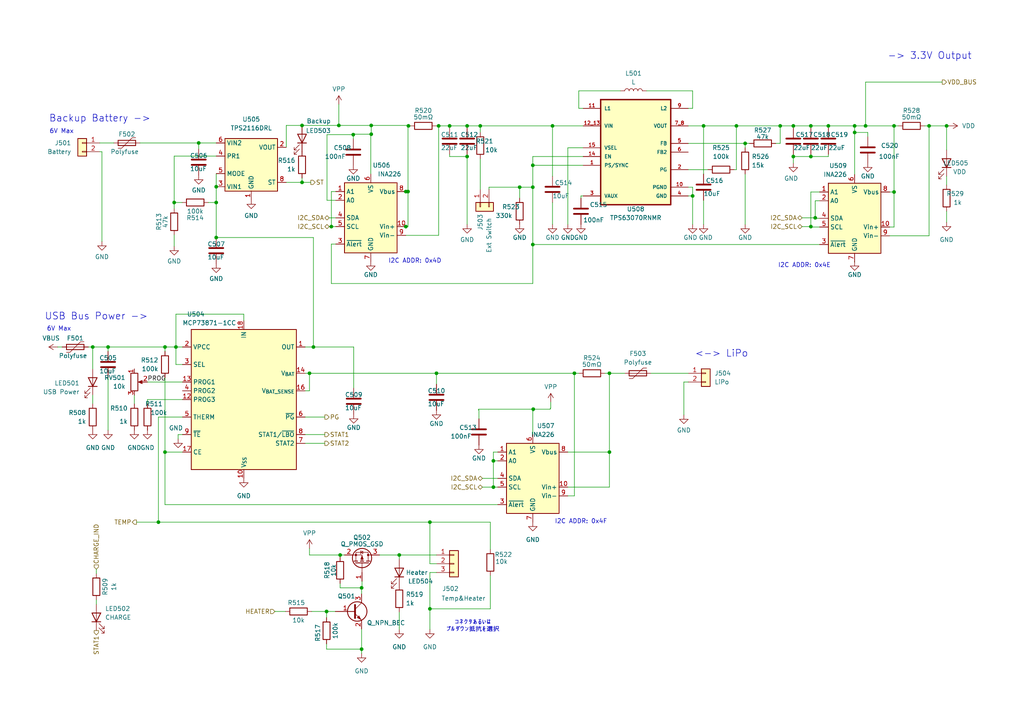
<source format=kicad_sch>
(kicad_sch (version 20231120) (generator "eeschema") (generator_version "8.0")
  (paper "A4")
  (junction (at 50.5208 58.7357))
  (junction (at 89.7638 108.2657))
  (junction (at 51.0288 100.6457))
  (junction (at 135.4838 45.4007))
  (junction (at 104.8768 188.2757))
  (junction (at 160.2488 36.5107))
  (junction (at 90.9068 100.6457))
  (junction (at 118.3388 55.5607))
  (junction (at 259.3088 36.5107))
  (junction (at 235.1788 65.7207))
  (junction (at 226.2888 36.5107))
  (junction (at 139.2938 36.5107))
  (junction (at 96.1138 65.7207))
  (junction (at 236.4488 63.1807))
  (junction (at 98.2728 36.3837))
  (junction (at 200.8888 56.8307))
  (junction (at 31.3438 100.6457))
  (junction (at 117.7038 65.7207))
  (junction (at 62.7128 58.7357))
  (junction (at 216.1288 41.5907))
  (junction (at 62.7128 68.8957))
  (junction (at 57.6328 41.4637))
  (junction (at 104.8768 170.4957))
  (junction (at 230.0988 45.4007))
  (junction (at 247.8788 38.4157))
  (junction (at 143.1038 133.6657))
  (junction (at 166.5988 108.2657))
  (junction (at 107.6708 36.3837))
  (junction (at 94.7168 177.3537))
  (junction (at 124.6888 176.5917))
  (junction (at 274.5488 36.5107))
  (junction (at 204.0638 36.5107))
  (junction (at 47.8538 131.1257))
  (junction (at 115.7988 160.9707))
  (junction (at 126.5938 108.2657))
  (junction (at 154.5338 54.2907))
  (junction (at 143.1038 141.2857))
  (junction (at 154.5338 47.9407))
  (junction (at 269.4688 36.5107))
  (junction (at 154.6608 118.6797))
  (junction (at 259.3088 55.6877))
  (junction (at 135.4838 36.5107))
  (junction (at 62.7128 54.1637))
  (junction (at 240.2588 36.5107))
  (junction (at 213.5888 36.5107))
  (junction (at 251.0538 36.5107))
  (junction (at 230.0988 36.5107))
  (junction (at 45.9488 151.4457))
  (junction (at 235.1788 45.4007))
  (junction (at 176.7588 108.2657))
  (junction (at 107.6708 38.9237))
  (junction (at 124.6888 151.4457))
  (junction (at 87.6048 52.8937))
  (junction (at 98.6538 160.9707))
  (junction (at 150.7238 54.2907))
  (junction (at 154.5338 70.9277))
  (junction (at 118.4658 36.5107))
  (junction (at 26.8988 100.6457))
  (junction (at 102.4638 39.0507))
  (junction (at 127.2288 36.5107))
  (junction (at 117.7038 55.5607))
  (junction (at 47.8538 100.6457))
  (junction (at 176.7588 131.1257))
  (junction (at 235.1788 36.5107))
  (junction (at 130.4038 36.5107))
  (junction (at 247.8788 36.5107))
  (junction (at 87.6048 36.3837))
  (wire (pts (xy 135.4838 36.5107) (xy 135.4838 37.1457)))
  (wire (pts (xy 26.8988 117.1557) (xy 26.8988 114.6157)))
  (wire (pts (xy 115.7988 182.5607) (xy 115.7988 177.4807)))
  (wire (pts (xy 200.8888 54.2907) (xy 200.8888 56.8307)))
  (wire (pts (xy 52.9338 105.7257) (xy 51.0288 105.7257)))
  (wire (pts (xy 60.4268 58.7357) (xy 62.7128 58.7357)))
  (wire (pts (xy 102.4638 38.9237) (xy 107.6708 38.9237)))
  (wire (pts (xy 164.6938 42.8607) (xy 164.6938 65.0857)))
  (wire (pts (xy 31.3438 100.6457) (xy 47.8538 100.6457)))
  (wire (pts (xy 154.5338 119.1877) (xy 154.5338 126.0457)))
  (wire (pts (xy 62.7128 68.8957) (xy 62.7128 58.7357)))
  (wire (pts (xy 52.9338 120.9657) (xy 45.9488 120.9657)))
  (wire (pts (xy 130.4038 44.7657) (xy 130.4038 45.4007)))
  (wire (pts (xy 251.0538 36.5107) (xy 259.3088 36.5107)))
  (wire (pts (xy 79.7308 177.3537) (xy 82.7788 177.3537)))
  (wire (pts (xy 251.0538 23.8107) (xy 251.0538 36.5107)))
  (wire (pts (xy 96.1138 65.7207) (xy 97.3838 65.7207)))
  (wire (pts (xy 159.7408 118.4257) (xy 159.7408 116.6477)))
  (wire (pts (xy 16.7388 100.6457) (xy 18.0088 100.6457)))
  (wire (pts (xy 166.5988 108.2657) (xy 167.8688 108.2657)))
  (wire (pts (xy 175.4888 108.2657) (xy 176.7588 108.2657)))
  (wire (pts (xy 230.0988 36.5107) (xy 235.1788 36.5107)))
  (wire (pts (xy 62.7128 58.7357) (xy 62.7128 54.1637)))
  (wire (pts (xy 159.6138 118.6797) (xy 154.6608 118.6797)))
  (wire (pts (xy 47.8538 100.6457) (xy 47.8538 101.9157)))
  (wire (pts (xy 47.8538 131.1257) (xy 47.8538 146.3657)))
  (wire (pts (xy 135.4838 45.4007) (xy 135.4838 65.0857)))
  (wire (pts (xy 274.5488 64.4507) (xy 274.5488 61.2757)))
  (wire (pts (xy 104.8768 188.2757) (xy 104.8768 182.4337)))
  (wire (pts (xy 235.1788 55.6877) (xy 235.1788 65.7207)))
  (wire (pts (xy 62.7128 45.2737) (xy 50.5208 45.2737)))
  (wire (pts (xy 29.5658 44.0037) (xy 29.5658 70.0387)))
  (wire (pts (xy 235.1788 44.7657) (xy 235.1788 45.4007)))
  (wire (pts (xy 102.5908 100.6457) (xy 102.5908 112.5837)))
  (wire (pts (xy 88.4938 100.6457) (xy 90.9068 100.6457)))
  (wire (pts (xy 50.5208 68.1337) (xy 50.5208 71.4357)))
  (wire (pts (xy 139.9288 138.7457) (xy 144.3738 138.7457)))
  (wire (pts (xy 50.5208 45.2737) (xy 50.5208 58.7357)))
  (wire (pts (xy 235.1788 45.4007) (xy 230.0988 45.4007)))
  (wire (pts (xy 118.4658 36.5107) (xy 118.9738 36.5107)))
  (wire (pts (xy 28.9308 44.0037) (xy 29.5658 44.0037)))
  (wire (pts (xy 28.9308 41.4637) (xy 32.9948 41.4637)))
  (wire (pts (xy 154.6608 118.6797) (xy 154.6608 119.1877)))
  (wire (pts (xy 95.4788 65.7207) (xy 96.1138 65.7207)))
  (wire (pts (xy 88.4938 126.0457) (xy 94.2088 126.0457)))
  (wire (pts (xy 130.4038 36.5107) (xy 135.4838 36.5107)))
  (wire (pts (xy 198.3488 120.3307) (xy 198.3488 110.8057)))
  (wire (pts (xy 117.7038 68.2607) (xy 127.2288 68.2607)))
  (wire (pts (xy 25.6288 100.6457) (xy 26.8988 100.6457)))
  (wire (pts (xy 200.8888 56.8307) (xy 200.8888 65.0857)))
  (wire (pts (xy 89.7638 108.2657) (xy 126.5938 108.2657)))
  (wire (pts (xy 118.4658 36.3837) (xy 118.4658 36.5107)))
  (wire (pts (xy 102.4638 40.3207) (xy 102.4638 39.0507)))
  (wire (pts (xy 232.6388 65.7207) (xy 235.1788 65.7207)))
  (wire (pts (xy 95.4788 63.1807) (xy 97.3838 63.1807)))
  (wire (pts (xy 90.1448 52.8937) (xy 87.6048 52.8937)))
  (wire (pts (xy 102.4638 38.9237) (xy 102.4638 39.0507)))
  (wire (pts (xy 39.5988 151.4457) (xy 45.9488 151.4457)))
  (wire (pts (xy 247.8788 36.5107) (xy 247.8788 38.4157)))
  (wire (pts (xy 236.4488 58.2277) (xy 236.4488 63.1807)))
  (wire (pts (xy 126.5938 108.2657) (xy 126.5938 111.4407)))
  (wire (pts (xy 205.3338 49.2107) (xy 199.6188 49.2107)))
  (wire (pts (xy 115.7988 160.9707) (xy 126.5938 160.9707)))
  (wire (pts (xy 52.9338 131.1257) (xy 47.8538 131.1257)))
  (wire (pts (xy 118.3388 65.7207) (xy 118.3388 55.5607)))
  (wire (pts (xy 124.6888 151.4457) (xy 142.2148 151.4457)))
  (wire (pts (xy 240.2588 36.5107) (xy 240.2588 37.1457)))
  (wire (pts (xy 179.9338 26.3507) (xy 167.8688 26.3507)))
  (wire (pts (xy 176.7588 141.2857) (xy 176.7588 131.1257)))
  (wire (pts (xy 87.6048 52.8937) (xy 83.0328 52.8937)))
  (wire (pts (xy 187.5538 26.3507) (xy 200.8888 26.3507)))
  (wire (pts (xy 235.1788 36.5107) (xy 235.1788 37.1457)))
  (wire (pts (xy 247.8788 38.4157) (xy 247.8788 50.6077)))
  (wire (pts (xy 31.3438 100.6457) (xy 31.3438 101.9157)))
  (wire (pts (xy 130.4038 36.5107) (xy 130.4038 37.1457)))
  (wire (pts (xy 138.9128 118.9337) (xy 138.9128 121.4737)))
  (wire (pts (xy 139.2938 36.5107) (xy 160.2488 36.5107)))
  (wire (pts (xy 164.6938 131.1257) (xy 176.7588 131.1257)))
  (wire (pts (xy 94.7168 179.1317) (xy 94.7168 177.3537)))
  (wire (pts (xy 117.7038 55.5607) (xy 118.3388 55.5607)))
  (wire (pts (xy 216.1288 50.4807) (xy 216.1288 65.0857)))
  (wire (pts (xy 166.5988 108.2657) (xy 166.5988 143.8257)))
  (wire (pts (xy 94.8438 58.1007) (xy 94.8438 39.0507)))
  (wire (pts (xy 107.6708 38.9237) (xy 107.6708 39.3047)))
  (wire (pts (xy 240.2588 45.4007) (xy 235.1788 45.4007)))
  (wire (pts (xy 87.6048 52.8937) (xy 87.6048 51.6237)))
  (wire (pts (xy 89.7638 160.9707) (xy 98.6538 160.9707)))
  (wire (pts (xy 27.94 173.99) (xy 27.94 175.26)))
  (wire (pts (xy 107.6708 36.3837) (xy 107.6708 38.9237)))
  (wire (pts (xy 169.1388 42.8607) (xy 164.6938 42.8607)))
  (wire (pts (xy 143.1038 133.6657) (xy 143.1038 141.2857)))
  (wire (pts (xy 97.3838 70.8007) (xy 96.1138 70.8007)))
  (wire (pts (xy 259.3088 65.8477) (xy 259.3088 55.6877)))
  (wire (pts (xy 31.3438 109.5357) (xy 31.3438 124.7757)))
  (wire (pts (xy 176.7588 108.2657) (xy 181.2038 108.2657)))
  (wire (pts (xy 124.6888 176.5917) (xy 124.6888 166.0507)))
  (wire (pts (xy 204.0638 65.0857) (xy 204.0638 58.1007)))
  (wire (pts (xy 94.7168 177.3537) (xy 97.2568 177.3537)))
  (wire (pts (xy 90.9068 100.6457) (xy 102.5908 100.6457)))
  (wire (pts (xy 269.4688 36.5107) (xy 274.5488 36.5107)))
  (wire (pts (xy 251.6888 38.4157) (xy 247.8788 38.4157)))
  (wire (pts (xy 89.7638 159.0657) (xy 89.7638 160.9707)))
  (wire (pts (xy 94.2088 128.5857) (xy 88.4938 128.5857)))
  (wire (pts (xy 247.8788 36.5107) (xy 251.0538 36.5107)))
  (wire (pts (xy 200.8888 56.8307) (xy 199.6188 56.8307)))
  (wire (pts (xy 88.4938 113.3457) (xy 89.7638 113.3457)))
  (wire (pts (xy 89.7638 113.3457) (xy 89.7638 108.2657)))
  (wire (pts (xy 94.7168 188.2757) (xy 104.8768 188.2757)))
  (wire (pts (xy 98.6538 160.9707) (xy 99.9238 160.9707)))
  (wire (pts (xy 104.8768 189.5457) (xy 104.8768 188.2757)))
  (wire (pts (xy 42.7738 117.1557) (xy 42.7738 115.8857)))
  (wire (pts (xy 236.4488 63.3077) (xy 236.4488 63.1807)))
  (wire (pts (xy 154.5338 45.4007) (xy 169.1388 45.4007)))
  (wire (pts (xy 259.3088 36.5107) (xy 259.3088 55.6877)))
  (wire (pts (xy 124.6888 163.5107) (xy 124.6888 151.4457)))
  (wire (pts (xy 138.7858 118.9337) (xy 138.9128 118.9337)))
  (wire (pts (xy 115.7988 162.2407) (xy 115.7988 160.9707)))
  (wire (pts (xy 94.8438 39.0507) (xy 102.4638 39.0507)))
  (wire (pts (xy 226.2888 41.5907) (xy 226.2888 36.5107)))
  (wire (pts (xy 45.9488 120.9657) (xy 45.9488 151.4457)))
  (wire (pts (xy 199.6188 41.5907) (xy 216.1288 41.5907)))
  (wire (pts (xy 98.6538 170.4957) (xy 104.8768 170.4957)))
  (wire (pts (xy 235.1788 65.8477) (xy 235.1788 65.7207)))
  (wire (pts (xy 199.6188 54.2907) (xy 200.8888 54.2907)))
  (wire (pts (xy 118.3388 36.5107) (xy 118.4658 36.5107)))
  (wire (pts (xy 126.5938 163.5107) (xy 124.6888 163.5107)))
  (wire (pts (xy 139.2938 36.5107) (xy 139.2938 38.4157)))
  (wire (pts (xy 213.5888 36.5107) (xy 226.2888 36.5107)))
  (wire (pts (xy 130.4038 45.4007) (xy 135.4838 45.4007)))
  (wire (pts (xy 141.8338 54.9257) (xy 141.8338 54.2907)))
  (wire (pts (xy 105.0038 170.4957) (xy 105.0038 168.5907)))
  (wire (pts (xy 97.3838 55.5607) (xy 96.1138 55.5607)))
  (wire (pts (xy 273.2788 23.8107) (xy 251.0538 23.8107)))
  (wire (pts (xy 274.5488 53.6557) (xy 274.5488 51.1157)))
  (wire (pts (xy 94.7168 186.7517) (xy 94.7168 188.2757)))
  (wire (pts (xy 169.1388 47.9407) (xy 154.5338 47.9407)))
  (wire (pts (xy 199.6188 36.5107) (xy 204.0638 36.5107)))
  (wire (pts (xy 87.6048 36.3837) (xy 98.2728 36.3837)))
  (wire (pts (xy 259.3088 36.5107) (xy 260.5788 36.5107)))
  (wire (pts (xy 96.1138 55.5607) (xy 96.1138 65.7207)))
  (wire (pts (xy 98.6538 169.2257) (xy 98.6538 170.4957)))
  (wire (pts (xy 88.4938 120.9657) (xy 94.2088 120.9657)))
  (wire (pts (xy 235.1788 65.8477) (xy 237.7188 65.8477)))
  (wire (pts (xy 159.6138 118.4257) (xy 159.6138 118.6797)))
  (wire (pts (xy 230.0988 45.4007) (xy 230.0988 44.7657)))
  (wire (pts (xy 159.6138 118.4257) (xy 159.7408 118.4257)))
  (wire (pts (xy 51.6638 127.3157) (xy 51.6638 126.0457)))
  (wire (pts (xy 240.2588 36.5107) (xy 247.8788 36.5107)))
  (wire (pts (xy 45.9488 151.4457) (xy 124.6888 151.4457)))
  (wire (pts (xy 142.2148 176.5917) (xy 142.2148 166.9397)))
  (wire (pts (xy 139.9288 141.2857) (xy 143.1038 141.2857)))
  (wire (pts (xy 117.7038 65.7207) (xy 118.3388 65.7207)))
  (wire (pts (xy 269.4688 68.3877) (xy 269.4688 36.5107)))
  (wire (pts (xy 51.6638 126.0457) (xy 52.9338 126.0457)))
  (wire (pts (xy 274.5488 36.5107) (xy 275.1838 36.5107)))
  (wire (pts (xy 268.1988 36.5107) (xy 269.4688 36.5107)))
  (wire (pts (xy 83.0328 36.3837) (xy 87.6048 36.3837)))
  (wire (pts (xy 107.5438 39.3047) (xy 107.5438 50.4807)))
  (wire (pts (xy 164.6938 143.8257) (xy 166.5988 143.8257)))
  (wire (pts (xy 188.8238 108.2657) (xy 199.6188 108.2657)))
  (wire (pts (xy 138.7858 118.9337) (xy 138.7858 118.6797)))
  (wire (pts (xy 141.8338 54.2907) (xy 150.7238 54.2907)))
  (wire (pts (xy 135.4838 44.7657) (xy 135.4838 45.4007)))
  (wire (pts (xy 240.2588 44.7657) (xy 240.2588 45.4007)))
  (wire (pts (xy 204.0638 36.5107) (xy 213.5888 36.5107)))
  (wire (pts (xy 200.8888 31.4307) (xy 199.6188 31.4307)))
  (wire (pts (xy 51.0288 105.7257) (xy 51.0288 100.6457)))
  (wire (pts (xy 98.2728 36.3837) (xy 107.6708 36.3837)))
  (wire (pts (xy 225.0188 41.5907) (xy 226.2888 41.5907)))
  (wire (pts (xy 198.3488 110.8057) (xy 199.6188 110.8057)))
  (wire (pts (xy 164.6938 141.2857) (xy 176.7588 141.2857)))
  (wire (pts (xy 47.8538 146.3657) (xy 144.3738 146.3657)))
  (wire (pts (xy 167.8688 31.4307) (xy 169.1388 31.4307)))
  (wire (pts (xy 230.0988 36.5107) (xy 230.0988 37.1457)))
  (wire (pts (xy 47.8538 109.5357) (xy 47.8538 131.1257)))
  (wire (pts (xy 212.9538 49.2107) (xy 213.5888 49.2107)))
  (wire (pts (xy 258.0388 65.8477) (xy 259.3088 65.8477)))
  (wire (pts (xy 107.6708 39.3047) (xy 107.5438 39.3047)))
  (wire (pts (xy 70.7138 91.1207) (xy 70.7138 93.0257)))
  (wire (pts (xy 143.1038 133.6657) (xy 143.1038 131.1257)))
  (wire (pts (xy 124.6888 182.5607) (xy 124.6888 176.5917)))
  (wire (pts (xy 127.2288 68.2607) (xy 127.2288 36.5107)))
  (wire (pts (xy 97.3838 58.1007) (xy 94.8438 58.1007)))
  (wire (pts (xy 104.8768 170.4957) (xy 105.0038 170.4957)))
  (wire (pts (xy 126.5938 36.5107) (xy 127.2288 36.5107)))
  (wire (pts (xy 154.5338 82.2307) (xy 154.5338 70.9277)))
  (wire (pts (xy 42.7738 110.8057) (xy 52.9338 110.8057)))
  (wire (pts (xy 154.5338 47.9407) (xy 154.5338 54.2907)))
  (wire (pts (xy 154.6608 119.1877) (xy 154.5338 119.1877)))
  (wire (pts (xy 160.2488 36.5107) (xy 169.1388 36.5107)))
  (wire (pts (xy 96.1138 82.2307) (xy 154.5338 82.2307)))
  (wire (pts (xy 98.6538 160.9707) (xy 98.6538 161.6057)))
  (wire (pts (xy 213.5888 49.2107) (xy 213.5888 36.5107)))
  (wire (pts (xy 160.2488 58.7357) (xy 160.2488 65.0857)))
  (wire (pts (xy 96.1138 70.8007) (xy 96.1138 82.2307)))
  (wire (pts (xy 124.6888 176.5917) (xy 142.2148 176.5917)))
  (wire (pts (xy 143.1038 141.2857) (xy 144.3738 141.2857)))
  (wire (pts (xy 83.0328 42.7337) (xy 83.0328 36.3837)))
  (wire (pts (xy 160.2488 51.1157) (xy 160.2488 36.5107)))
  (wire (pts (xy 107.6708 36.3837) (xy 118.4658 36.3837)))
  (wire (pts (xy 168.5038 57.4657) (xy 168.5038 56.8307)))
  (wire (pts (xy 154.5338 45.4007) (xy 154.5338 47.9407)))
  (wire (pts (xy 247.8788 76.0077) (xy 247.8788 75.8807)))
  (wire (pts (xy 47.8538 100.6457) (xy 51.0288 100.6457)))
  (wire (pts (xy 50.5208 58.7357) (xy 50.5208 60.5137)))
  (wire (pts (xy 235.1788 55.6877) (xy 237.7188 55.6877)))
  (wire (pts (xy 124.6888 166.0507) (xy 126.5938 166.0507)))
  (wire (pts (xy 57.6328 41.4637) (xy 57.6328 43.2417)))
  (wire (pts (xy 26.8988 100.6457) (xy 26.8988 106.9957)))
  (wire (pts (xy 150.7238 54.2907) (xy 154.5338 54.2907)))
  (wire (pts (xy 42.7738 115.8857) (xy 52.9338 115.8857)))
  (wire (pts (xy 138.7858 118.6797) (xy 154.6608 118.6797)))
  (wire (pts (xy 51.0288 91.1207) (xy 51.0288 100.6457)))
  (wire (pts (xy 144.3738 133.6657) (xy 143.1038 133.6657)))
  (wire (pts (xy 27.94 165.1) (xy 27.94 166.37)))
  (wire (pts (xy 143.1038 131.1257) (xy 144.3738 131.1257)))
  (wire (pts (xy 88.4938 108.2657) (xy 89.7638 108.2657)))
  (wire (pts (xy 200.8888 26.3507) (xy 200.8888 31.4307)))
  (wire (pts (xy 90.9068 68.8957) (xy 90.9068 100.6457)))
  (wire (pts (xy 168.5038 56.8307) (xy 169.1388 56.8307)))
  (wire (pts (xy 50.5208 58.7357) (xy 52.8068 58.7357)))
  (wire (pts (xy 139.2938 46.0357) (xy 139.2938 54.9257)))
  (wire (pts (xy 230.0988 45.4007) (xy 230.0988 47.3057)))
  (wire (pts (xy 251.6888 39.6857) (xy 251.6888 38.4157)))
  (wire (pts (xy 235.1788 36.5107) (xy 240.2588 36.5107)))
  (wire (pts (xy 167.8688 26.3507) (xy 167.8688 31.4307)))
  (wire (pts (xy 117.0688 55.5607) (xy 117.7038 55.5607)))
  (wire (pts (xy 237.7188 58.2277) (xy 236.4488 58.2277)))
  (wire (pts (xy 40.6148 41.4637) (xy 57.6328 41.4637)))
  (wire (pts (xy 142.2148 151.4457) (xy 142.2148 159.3197)))
  (wire (pts (xy 176.7588 131.1257) (xy 176.7588 108.2657)))
  (wire (pts (xy 216.1288 42.8607) (xy 216.1288 41.5907)))
  (wire (pts (xy 216.1288 41.5907) (xy 217.3988 41.5907)))
  (wire (pts (xy 98.2728 30.2877) (xy 98.2728 36.3837)))
  (wire (pts (xy 154.5338 70.9277) (xy 237.7188 70.9277)))
  (wire (pts (xy 236.4488 63.3077) (xy 237.7188 63.3077)))
  (wire (pts (xy 117.0688 65.7207) (xy 117.7038 65.7207)))
  (wire (pts (xy 104.8768 170.4957) (xy 104.8768 172.2737)))
  (wire (pts (xy 26.8988 100.6457) (xy 31.3438 100.6457)))
  (wire (pts (xy 232.6388 63.1807) (xy 236.4488 63.1807)))
  (wire (pts (xy 154.5338 54.2907) (xy 154.5338 70.9277)))
  (wire (pts (xy 57.6328 41.4637) (xy 62.7128 41.4637)))
  (wire (pts (xy 258.0388 55.6877) (xy 259.3088 55.6877)))
  (wire (pts (xy 62.7128 50.3537) (xy 62.7128 54.1637)))
  (wire (pts (xy 51.0288 100.6457) (xy 52.9338 100.6457)))
  (wire (pts (xy 90.3988 177.3537) (xy 94.7168 177.3537)))
  (wire (pts (xy 150.7238 54.2907) (xy 150.7238 57.4657)))
  (wire (pts (xy 135.4838 36.5107) (xy 139.2938 36.5107)))
  (wire (pts (xy 274.5488 36.5107) (xy 274.5488 43.4957)))
  (wire (pts (xy 204.0638 36.5107) (xy 204.0638 50.4807)))
  (wire (pts (xy 110.0838 160.9707) (xy 115.7988 160.9707)))
  (wire (pts (xy 38.9638 117.1557) (xy 38.9638 114.6157)))
  (wire (pts (xy 226.2888 36.5107) (xy 230.0988 36.5107)))
  (wire (pts (xy 127.2288 36.5107) (xy 130.4038 36.5107)))
  (wire (pts (xy 62.7128 68.8957) (xy 90.9068 68.8957)))
  (wire (pts (xy 126.5938 108.2657) (xy 166.5988 108.2657)))
  (wire (pts (xy 258.0388 68.3877) (xy 269.4688 68.3877)))
  (wire (pts (xy 70.7138 91.1207) (xy 51.0288 91.1207)))
  (wire (pts (xy 118.3388 36.5107) (xy 118.3388 55.5607)))
  (text "6V Max" (at 13.5638 96.2007 0) (effects (font (size 1.27 1.27)) (justify left bottom)))
  (text "6V Max" (at 14.3258 38.9237 0) (effects (font (size 1.27 1.27)) (justify left bottom)))
  (text "I2C ADDR: 0x4D" (at 112.6238 76.5157 0) (effects (font (size 1.27 1.27)) (justify left bottom)))
  (text "-> 3.3V Output" (at 257.4038 17.4607 0) (effects (font (size 2 2)) (justify left bottom)))
  (text "Backup Battery ->" (at 14.1988 35.6217 0) (effects (font (size 2 2)) (justify left bottom)))
  (text "USB Bus Power ->" (at 12.9288 93.0257 0) (effects (font (size 2 2)) (justify left bottom)))
  (text "I2C ADDR: 0x4E" (at 225.6538 77.7857 0) (effects (font (size 1.27 1.27)) (justify left bottom)))
  (text "<-> LiPo" (at 201.5238 103.8207 0) (effects (font (size 2 2)) (justify left bottom)))
  (text "I2C ADDR: 0x4F" (at 160.8838 152.0807 0) (effects (font (size 1.27 1.27)) (justify left bottom)))
  (text "コネクタあるいは\nプルダウン抵抗を選択" (at 137.1348 181.6717 0) (effects (font (size 1.27 1.27))))
  (label "PROG" (at 42.7738 110.8057 0))
  (hierarchical_label "VDD_BUS" (shape output) (at 273.2788 23.8107 0))
  (hierarchical_label "I2C_SDA" (shape bidirectional) (at 95.4788 63.1807 180))
  (hierarchical_label "STAT2" (shape output) (at 94.2088 128.5857 0))
  (hierarchical_label "TEMP" (shape output) (at 39.5988 151.4457 180))
  (hierarchical_label "CHARGE_IND" (shape input) (at 27.94 165.1 90))
  (hierarchical_label "I2C_SDA" (shape bidirectional) (at 139.9288 138.7457 180))
  (hierarchical_label "I2C_SDA" (shape bidirectional) (at 232.6388 63.1807 180))
  (hierarchical_label "PG" (shape output) (at 94.2088 120.9657 0))
  (hierarchical_label "STAT1" (shape output) (at 27.94 182.88 270))
  (hierarchical_label "STAT1" (shape output) (at 94.2088 126.0457 0))
  (hierarchical_label "ST" (shape output) (at 90.1448 52.8937 0))
  (hierarchical_label "I2C_SCL" (shape bidirectional) (at 232.6388 65.7207 180))
  (hierarchical_label "I2C_SCL" (shape bidirectional) (at 95.4788 65.7207 180))
  (hierarchical_label "I2C_SCL" (shape bidirectional) (at 139.9288 141.2857 180))
  (hierarchical_label "HEATER" (shape input) (at 79.7308 177.3537 180))
  (symbol (lib_id "Device:C") (at 130.4038 40.9557 0) (unit 1)
    (property "Reference" "C511" (at 127.8638 39.0507 0) (effects (justify left)))
    (property "Value" "22uF" (at 127.8638 42.8607 0) (effects (justify left)))
    (property "Footprint" "Capacitor_SMD:C_0805_2012Metric" (effects (hide yes)))
    (property "LCSC" "C45783" (effects (hide yes)))
  )
  (symbol (lib_id "Sensor_Energy:INA226") (at 154.5338 138.7457 0) (mirror y) (unit 1)
    (property "Reference" "U507" (at 160.8838 123.5057 0) (effects (justify left)))
    (property "Value" "INA226" (at 160.8838 126.0457 0) (effects (justify left)))
    (property "Footprint" "Package_SO:VSSOP-10_3x3mm_P0.5mm" (effects (hide yes)))
    (property "Datasheet" "http://www.ti.com/lit/ds/symlink/ina226.pdf" (effects (hide yes)))
    (property "LCSC" "C49851" (effects (hide yes)))
  )
  (symbol (lib_id "Sensor_Energy:INA226") (at 247.8788 63.3077 0) (mirror y) (unit 1)
    (property "Reference" "U509" (at 245.6847 48.0677 0) (effects (justify left)))
    (property "Value" "INA226" (at 245.6847 50.6077 0) (effects (justify left)))
    (property "Footprint" "Package_SO:VSSOP-10_3x3mm_P0.5mm" (effects (hide yes)))
    (property "Datasheet" "http://www.ti.com/lit/ds/symlink/ina226.pdf" (effects (hide yes)))
    (property "LCSC" "C49851" (effects (hide yes)))
  )
  (symbol (lib_id "Device:C") (at 230.0988 40.9557 0) (unit 1)
    (property "Reference" "C517" (at 230.7338 39.0507 0) (effects (justify left)))
    (property "Value" "22uF" (at 230.0988 42.8607 0) (effects (justify left)))
    (property "Footprint" "Capacitor_SMD:C_0805_2012Metric" (effects (hide yes)))
    (property "LCSC" "C45783" (effects (hide yes)))
  )
  (symbol (lib_id "power:GND") (at 42.7738 124.7757 0) (unit 1)
    (property "Reference" "#PWR0528" (effects (hide yes)))
    (property "Value" "GND" (at 42.7738 129.8557 0))
  )
  (symbol (lib_id "power:GND") (at 38.9638 124.7757 0) (unit 1)
    (property "Reference" "#PWR0527" (effects (hide yes)))
    (property "Value" "GND" (at 38.9638 129.8557 0))
  )
  (symbol (lib_id "Device:R") (at 42.7738 120.9657 0) (mirror y) (unit 1)
    (property "Reference" "R511" (at 47.2188 117.1557 0) (effects (justify left)))
    (property "Value" "100k" (at 48.4888 119.6957 0) (effects (justify left)))
    (property "Footprint" "Resistor_SMD:R_0402_1005Metric" (effects (hide yes)))
    (property "LCSC" "C25741" (effects (hide yes)))
  )
  (symbol (lib_id "Power_Management:TPS2116DRL") (at 72.8728 47.8137 0) (unit 1)
    (property "Reference" "U505" (at 72.8728 34.6057 0))
    (property "Value" "TPS2116DRL" (at 72.8728 37.1457 0))
    (property "Footprint" "Package_TO_SOT_SMD:SOT-583-8" (effects (hide yes)))
    (property "Datasheet" "https://www.ti.com/lit/ds/symlink/tps2116.pdf" (effects (hide yes)))
    (property "Description" "2 Channnels Power Mux with Manual and Priority Switchover, 1.6-5.5V Input Voltage, 2.5A Output Current, Ron 40 mOhm, SOT-583-8" (effects (hide yes)))
  )
  (symbol (lib_id "Device:C") (at 251.6888 43.4957 0) (unit 1)
    (property "Reference" "C520" (at 255.4988 42.2257 0) (effects (justify left)))
    (property "Value" "100nF" (at 254.8638 45.4007 0) (effects (justify left)))
    (property "Footprint" "Capacitor_SMD:C_0402_1005Metric" (effects (hide yes)))
    (property "LCSC" "C1525" (effects (hide yes)))
  )
  (symbol (lib_id "power:VPP") (at 98.2728 30.2877 0) (unit 1)
    (property "Reference" "#PWR0536" (effects (hide yes)))
    (property "Value" "VPP" (at 98.2728 25.8427 0))
  )
  (symbol (lib_id "Device:C") (at 138.9128 125.2837 0) (unit 1)
    (property "Reference" "C513" (at 133.1978 124.0137 0) (effects (justify left)))
    (property "Value" "100nF" (at 130.6578 126.5537 0) (effects (justify left)))
    (property "Footprint" "Capacitor_SMD:C_0402_1005Metric" (effects (hide yes)))
    (property "LCSC" "C1525" (effects (hide yes)))
  )
  (symbol (lib_name "GND_1") (lib_id "power:GND") (at 50.5208 71.4357 0) (unit 1)
    (property "Reference" "#PWR0529" (effects (hide yes)))
    (property "Value" "GND" (at 50.5208 75.7537 0))
    (property "Description" "Power symbol creates a global label with name \"GND\" , ground" (effects (hide yes)))
  )
  (symbol (lib_id "Device:R") (at 122.7838 36.5107 90) (unit 1)
    (property "Reference" "R520" (at 122.7838 32.0657 90))
    (property "Value" "50mΩ" (at 122.7838 33.9707 90))
    (property "Footprint" "Resistor_SMD:R_0805_2012Metric" (effects (hide yes)))
    (property "LCSC" "C247602" (effects (hide yes)))
  )
  (symbol (lib_id "power:GND") (at 104.8768 189.5457 0) (unit 1)
    (property "Reference" "#PWR0539" (effects (hide yes)))
    (property "Value" "GND" (at 104.8768 194.6257 0))
  )
  (symbol (lib_id "power:GND") (at 160.2488 65.0857 0) (unit 1)
    (property "Reference" "#PWR0549" (effects (hide yes)))
    (property "Value" "GND" (at 160.2488 68.8957 0))
  )
  (symbol (lib_id "Battery_Management:MCP73871-1CC") (at 70.7138 115.8857 0) (unit 1)
    (property "Reference" "U504" (at 54.2038 91.1207 0) (effects (justify left)))
    (property "Value" "MCP73871-1CC" (at 52.9338 93.6607 0) (effects (justify left)))
    (property "Footprint" "Package_DFN_QFN:QFN-20-1EP_4x4mm_P0.5mm_EP2.5x2.5mm" (effects (hide yes)))
    (property "Datasheet" "http://www.mouser.com/ds/2/268/22090a-52174.pdf" (effects (hide yes)))
    (property "LCSC" " C511310" (effects (hide yes)))
  )
  (symbol (lib_name "GND_1") (lib_id "power:GND") (at 57.6328 50.8617 0) (unit 1)
    (property "Reference" "#PWR0531" (effects (hide yes)))
    (property "Value" "GND" (at 57.6328 55.1797 0))
    (property "Description" "Power symbol creates a global label with name \"GND\" , ground" (effects (hide yes)))
  )
  (symbol (lib_id "Device:C") (at 62.7128 72.7057 0) (unit 1)
    (property "Reference" "C507" (at 60.1728 70.8007 0) (effects (justify left)))
    (property "Value" "10uF" (at 60.1728 74.6107 0) (effects (justify left)))
    (property "Footprint" "Capacitor_SMD:C_0603_1608Metric" (effects (hide yes)))
    (property "LCSC" "C96446" (effects (hide yes)))
  )
  (symbol (lib_id "power:GND") (at 274.5488 64.4507 0) (unit 1)
    (property "Reference" "#PWR0559" (effects (hide yes)))
    (property "Value" "GND" (at 274.5488 69.5307 0))
  )
  (symbol (lib_id "Connector_Generic:Conn_01x03") (at 131.6738 163.5107 0) (unit 1)
    (property "Reference" "J502" (at 128.2448 170.7497 0) (effects (justify left)))
    (property "Value" "Temp&Heater" (at 127.9908 173.5437 0) (effects (justify left)))
    (property "Footprint" "Connector_JST:JST_PH_S3B-PH-K_1x03_P2.00mm_Horizontal" (effects (hide yes)))
  )
  (symbol (lib_id "Device:Q_NPN_BEC") (at 102.3368 177.3537 0) (unit 1)
    (property "Reference" "Q501" (at 97.8918 172.9087 0) (effects (justify left)))
    (property "Value" "Q_NPN_BEC" (at 106.4008 180.6557 0) (effects (justify left)))
    (property "Footprint" "Package_TO_SOT_SMD:SOT-23" (effects (hide yes)))
    (property "LCSC" "C20526" (effects (hide yes)))
  )
  (symbol (lib_id "power:GND") (at 124.6888 182.5607 0) (unit 1)
    (property "Reference" "#PWR0542" (effects (hide yes)))
    (property "Value" "GND" (at 124.6888 187.6407 0))
  )
  (symbol (lib_id "Device:C") (at 102.5908 116.3937 0) (unit 1)
    (property "Reference" "C509" (at 100.0508 114.4887 0) (effects (justify left)))
    (property "Value" "10uF" (at 100.0508 118.2987 0) (effects (justify left)))
    (property "Footprint" "Capacitor_SMD:C_0603_1608Metric" (effects (hide yes)))
    (property "LCSC" "C96446" (effects (hide yes)))
  )
  (symbol (lib_id "Device:C") (at 240.2588 40.9557 0) (unit 1)
    (property "Reference" "C519" (at 240.8938 39.0507 0) (effects (justify left)))
    (property "Value" "22uF" (at 240.2588 42.8607 0) (effects (justify left)))
    (property "Footprint" "Capacitor_SMD:C_0805_2012Metric" (effects (hide yes)))
    (property "LCSC" "C45783" (effects (hide yes)))
  )
  (symbol (lib_id "Device:LED") (at 27.94 179.07 90) (unit 1)
    (property "Reference" "LED502" (at 30.48 176.53 90) (effects (justify right)))
    (property "Value" "CHARGE" (at 30.48 179.07 90) (effects (justify right)))
    (property "Footprint" "LED_SMD:LED_0805_2012Metric" (effects (hide yes)))
    (property "LCSC" "C2296" (effects (hide yes)))
  )
  (symbol (lib_id "power:GND") (at 31.3438 124.7757 0) (unit 1)
    (property "Reference" "#PWR0526" (effects (hide yes)))
    (property "Value" "GND" (at 31.3438 129.8557 0))
  )
  (symbol (lib_id "power:GND") (at 115.7988 182.5607 0) (unit 1)
    (property "Reference" "#PWR0541" (effects (hide yes)))
    (property "Value" "GND" (at 115.7988 187.6407 0))
  )
  (symbol (lib_id "Device:C") (at 102.4638 44.1307 0) (unit 1)
    (property "Reference" "C508" (at 96.7488 42.8607 0) (effects (justify left)))
    (property "Value" "100nF" (at 94.2088 45.4007 0) (effects (justify left)))
    (property "Footprint" "Capacitor_SMD:C_0402_1005Metric" (effects (hide yes)))
    (property "LCSC" "C1525" (effects (hide yes)))
  )
  (symbol (lib_id "Device:LED") (at 26.8988 110.8057 270) (mirror x) (unit 1)
    (property "Reference" "LED501" (at 23.0888 111.1232 90) (effects (justify right)))
    (property "Value" "USB Power" (at 23.0888 113.6632 90) (effects (justify right)))
    (property "Footprint" "LED_SMD:LED_0805_2012Metric" (effects (hide yes)))
    (property "LCSC" "C2297" (effects (hide yes)))
  )
  (symbol (lib_id "power:GND") (at 251.6888 47.3057 0) (unit 1)
    (property "Reference" "#PWR0558" (effects (hide yes)))
    (property "Value" "GND" (at 251.6888 51.1157 0))
  )
  (symbol (lib_id "WOBCLibrary:TPS63070RNMR") (at 184.3788 44.1307 0) (unit 1)
    (property "Reference" "U508" (at 184.3788 60.6407 0))
    (property "Value" "TPS63070RNMR" (at 184.3788 63.1807 0))
    (property "Footprint" "WOBCLibrary:VREG_TPS63070RNMR" (effects (hide yes)))
    (property "Description" "\nWide input voltage (2V-16V) buck-boost converter\n" (effects (hide yes)))
    (property "MF" "Texas Instruments" (effects (hide yes)))
    (property "Package" "VQFN-HR-15 Texas Instruments" (effects (hide yes)))
    (property "Price" "None" (effects (hide yes)))
    (property "SnapEDA_Link" "https://www.snapeda.com/parts/TPS63070RNMR/Texas+Instruments/view-part/?ref=snap" (effects (hide yes)))
    (property "MP" "TPS63070RNMR" (effects (hide yes)))
    (property "Purchase-URL" "https://www.snapeda.com/api/url_track_click_mouser/?unipart_id=583017&manufacturer=Texas Instruments&part_name=TPS63070RNMR&search_term=None" (effects (hide yes)))
    (property "Availability" "In Stock" (effects (hide yes)))
    (property "Check_prices" "https://www.snapeda.com/parts/TPS63070RNMR/Texas+Instruments/view-part/?ref=eda" (effects (hide yes)))
    (property "LCSC" "C109322" (effects (hide yes)))
  )
  (symbol (lib_id "Device:Polyfuse") (at 36.8048 41.4637 90) (unit 1)
    (property "Reference" "F502" (at 36.8048 38.9237 90))
    (property "Value" "Polyfuse" (at 36.1698 44.0037 90))
    (property "Footprint" "Fuse:Fuse_1206_3216Metric" (effects (hide yes)))
    (property "Description" "Resettable fuse, polymeric positive temperature coefficient" (effects (hide yes)))
    (property "LCSC" " C883133" (effects (hide yes)))
  )
  (symbol (lib_id "Device:R") (at 86.5888 177.3537 270) (unit 1)
    (property "Reference" "R515" (at 85.9538 174.8137 90))
    (property "Value" "10k" (at 86.5888 179.8937 90))
    (property "Footprint" "Resistor_SMD:R_0402_1005Metric" (effects (hide yes)))
    (property "LCSC" "C25744" (effects (hide yes)))
  )
  (symbol (lib_id "power:GND") (at 154.5338 151.4457 0) (unit 1)
    (property "Reference" "#PWR0547" (effects (hide yes)))
    (property "Value" "GND" (at 154.5338 156.5257 0))
  )
  (symbol (lib_id "Device:R") (at 221.2088 41.5907 90) (unit 1)
    (property "Reference" "R527" (at 221.2088 37.7807 90))
    (property "Value" "47k" (at 221.2088 39.6857 90))
    (property "Footprint" "Resistor_SMD:R_0402_1005Metric" (effects (hide yes)))
    (property "LCSC" "C25792" (effects (hide yes)))
  )
  (symbol (lib_id "Device:C") (at 168.5038 61.2757 0) (unit 1)
    (property "Reference" "C515" (at 171.0438 59.3707 0) (effects (justify left)))
    (property "Value" "100nF" (at 169.1388 63.8157 0) (effects (justify left)))
    (property "Footprint" "Capacitor_SMD:C_0402_1005Metric" (effects (hide yes)))
    (property "LCSC" "C1525" (effects (hide yes)))
  )
  (symbol (lib_id "power:GND") (at 150.7238 65.0857 0) (unit 1)
    (property "Reference" "#PWR0546" (effects (hide yes)))
    (property "Value" "GND" (at 150.7238 68.8957 0))
  )
  (symbol (lib_id "power:GND") (at 138.9128 129.0937 0) (unit 1)
    (property "Reference" "#PWR0545" (effects (hide yes)))
    (property "Value" "GND" (at 138.9128 132.9037 0))
  )
  (symbol (lib_id "Device:R") (at 47.8538 105.7257 0) (mirror y) (unit 1)
    (property "Reference" "R512" (at 45.9488 104.4557 0) (effects (justify left)))
    (property "Value" "100k" (at 45.9488 106.9957 0) (effects (justify left)))
    (property "Footprint" "Resistor_SMD:R_0402_1005Metric" (effects (hide yes)))
    (property "LCSC" "C25741" (effects (hide yes)))
  )
  (symbol (lib_id "power:GND") (at 135.4838 65.0857 0) (unit 1)
    (property "Reference" "#PWR0544" (effects (hide yes)))
    (property "Value" "GND" (at 135.4838 69.5307 0))
  )
  (symbol (lib_id "Device:C") (at 160.2488 54.9257 0) (unit 1)
    (property "Reference" "C514" (at 160.8838 53.0207 0) (effects (justify left)))
    (property "Value" "10uF" (at 160.2488 56.8307 0) (effects (justify left)))
    (property "Footprint" "Capacitor_SMD:C_0603_1608Metric" (effects (hide yes)))
    (property "LCSC" "C96446" (effects (hide yes)))
  )
  (symbol (lib_id "Device:Q_PMOS_GSD") (at 105.0038 163.5107 270) (mirror x) (unit 1)
    (property "Reference" "Q502" (at 105.0038 155.8907 90))
    (property "Value" "Q_PMOS_GSD" (at 105.0038 157.7957 90))
    (property "Footprint" "Package_TO_SOT_SMD:SOT-23" (effects (hide yes)))
    (property "LCSC" "C15127" (effects (hide yes)))
  )
  (symbol (lib_id "power:GND") (at 168.5038 65.0857 0) (unit 1)
    (property "Reference" "#PWR0551" (effects (hide yes)))
    (property "Value" "GND" (at 168.5038 68.8957 0))
  )
  (symbol (lib_id "power:VPP") (at 89.7638 159.0657 0) (unit 1)
    (property "Reference" "#PWR0535" (effects (hide yes)))
    (property "Value" "VPP" (at 89.7638 154.6207 0))
  )
  (symbol (lib_id "Device:C") (at 235.1788 40.9557 0) (unit 1)
    (property "Reference" "C518" (at 235.8138 39.0507 0) (effects (justify left)))
    (property "Value" "22uF" (at 235.1788 42.8607 0) (effects (justify left)))
    (property "Footprint" "Capacitor_SMD:C_0805_2012Metric" (effects (hide yes)))
    (property "LCSC" "C45783" (effects (hide yes)))
  )
  (symbol (lib_name "GND_2") (lib_id "power:GND") (at 72.8728 57.9737 0) (unit 1)
    (property "Reference" "#PWR0534" (effects (hide yes)))
    (property "Value" "GND" (at 72.8728 62.5457 0))
    (property "Description" "Power symbol creates a global label with name \"GND\" , ground" (effects (hide yes)))
  )
  (symbol (lib_id "Device:R") (at 94.7168 182.9417 0) (unit 1)
    (property "Reference" "R517" (at 92.1768 183.5767 90))
    (property "Value" "100k" (at 97.2568 182.9417 90))
    (property "Footprint" "Resistor_SMD:R_0402_1005Metric" (effects (hide yes)))
    (property "LCSC" "C25741" (effects (hide yes)))
  )
  (symbol (lib_id "power:VDD") (at 275.1838 36.5107 270) (unit 1)
    (property "Reference" "#PWR0560" (effects (hide yes)))
    (property "Value" "VDD" (at 278.9938 36.5107 90) (effects (justify left)))
  )
  (symbol (lib_id "Device:LED") (at 87.6048 40.1937 270) (mirror x) (unit 1)
    (property "Reference" "LED503" (at 95.9868 37.9077 90) (effects (justify right)))
    (property "Value" "Backup" (at 95.9868 35.1137 90) (effects (justify right)))
    (property "Footprint" "LED_SMD:LED_0805_2012Metric" (effects (hide yes)))
    (property "LCSC" "C2296" (effects (hide yes)))
  )
  (symbol (lib_id "power:GND") (at 230.0988 47.3057 0) (unit 1)
    (property "Reference" "#PWR0556" (effects (hide yes)))
    (property "Value" "GND" (at 229.4638 51.7507 0))
  )
  (symbol (lib_id "Device:LED") (at 115.7988 166.0507 270) (mirror x) (unit 1)
    (property "Reference" "LED504" (at 118.3388 168.5907 90) (effects (justify left)))
    (property "Value" "Heater" (at 117.7038 166.0507 90) (effects (justify left)))
    (property "Footprint" "LED_SMD:LED_0805_2012Metric" (effects (hide yes)))
    (property "LCSC" "C2296" (effects (hide yes)))
  )
  (symbol (lib_id "power:GND") (at 51.6638 127.3157 0) (unit 1)
    (property "Reference" "#PWR0530" (effects (hide yes)))
    (property "Value" "GND" (at 51.0288 124.1407 0))
  )
  (symbol (lib_id "Device:R") (at 264.3888 36.5107 90) (unit 1)
    (property "Reference" "R528" (at 264.3888 32.0657 90))
    (property "Value" "50mΩ" (at 264.3888 33.9707 90))
    (property "Footprint" "Resistor_SMD:R_0805_2012Metric" (effects (hide yes)))
    (property "LCSC" "C247602" (effects (hide yes)))
  )
  (symbol (lib_id "Device:Polyfuse") (at 21.8188 100.6457 90) (unit 1)
    (property "Reference" "F501" (at 21.8188 98.1057 90))
    (property "Value" "Polyfuse" (at 21.1838 103.1857 90))
    (property "Footprint" "Fuse:Fuse_1206_3216Metric" (effects (hide yes)))
    (property "LCSC" " C883133" (effects (hide yes)))
  )
  (symbol (lib_id "power:GND") (at 164.6938 65.0857 0) (unit 1)
    (property "Reference" "#PWR0550" (effects (hide yes)))
    (property "Value" "GND" (at 164.6938 68.8957 0))
  )
  (symbol (lib_id "Device:C") (at 135.4838 40.9557 0) (unit 1)
    (property "Reference" "C512" (at 133.5788 39.0507 0) (effects (justify left)))
    (property "Value" "22uF" (at 133.5788 42.8607 0) (effects (justify left)))
    (property "Footprint" "Capacitor_SMD:C_0805_2012Metric" (effects (hide yes)))
    (property "LCSC" "C45783" (effects (hide yes)))
  )
  (symbol (lib_id "power:GND") (at 102.5908 120.2037 0) (unit 1)
    (property "Reference" "#PWR0538" (effects (hide yes)))
    (property "Value" "GND" (at 102.5908 124.0137 0))
  )
  (symbol (lib_id "Device:R") (at 139.2938 42.2257 180) (unit 1)
    (property "Reference" "R521" (at 143.1038 40.9557 0) (effects (justify left)))
    (property "Value" "10k" (at 144.3738 43.4957 0) (effects (justify left)))
    (property "Footprint" "Resistor_SMD:R_0402_1005Metric" (effects (hide yes)))
    (property "LCSC" "C25744" (effects (hide yes)))
  )
  (symbol (lib_id "Device:R_Potentiometer") (at 38.9638 110.8057 0) (unit 1)
    (property "Reference" "RV501" (at 36.4238 109.5357 0) (effects (justify right)))
    (property "Value" "10k" (at 36.4238 112.0757 0) (effects (justify right)))
    (property "Footprint" "Potentiometer_SMD:Potentiometer_Bourns_TC33X_Vertical" (effects (hide yes)))
    (property "LCSC" "C719176" (effects (hide yes)))
  )
  (symbol (lib_id "power:GND") (at 198.3488 120.3307 0) (unit 1)
    (property "Reference" "#PWR0552" (effects (hide yes)))
    (property "Value" "GND" (at 198.3488 124.7757 0))
  )
  (symbol (lib_id "power:GND") (at 107.5438 75.8807 0) (unit 1)
    (property "Reference" "#PWR0540" (effects (hide yes)))
    (property "Value" "GND" (at 107.5438 79.6907 0))
  )
  (symbol (lib_id "Device:L") (at 183.7438 26.3507 90) (unit 1)
    (property "Reference" "L501" (at 183.7438 21.2707 90))
    (property "Value" "L" (at 183.7438 23.8107 90))
    (property "Footprint" "Inductor_SMD:L_Wuerth_WE-TPC-3816" (effects (hide yes)))
    (property "LCSC" "C3033018" (effects (hide yes)))
  )
  (symbol (lib_id "Sensor_Energy:INA226") (at 107.5438 63.1807 0) (mirror y) (unit 1)
    (property "Reference" "U506" (at 113.2588 47.9407 0) (effects (justify left)))
    (property "Value" "INA226" (at 116.4338 50.4807 0) (effects (justify left)))
    (property "Footprint" "Package_SO:VSSOP-10_3x3mm_P0.5mm" (effects (hide yes)))
    (property "Datasheet" "http://www.ti.com/lit/ds/symlink/ina226.pdf" (effects (hide yes)))
    (property "LCSC" "C49851" (effects (hide yes)))
  )
  (symbol (lib_id "Device:R") (at 38.9638 120.9657 0) (mirror y) (unit 1)
    (property "Reference" "R510" (at 37.0588 118.4257 0) (effects (justify left)))
    (property "Value" "1k" (at 37.0588 122.2357 0) (effects (justify left)))
    (property "Footprint" "Resistor_SMD:R_0402_1005Metric" (effects (hide yes)))
    (property "LCSC" "C11702" (effects (hide yes)))
  )
  (symbol (lib_id "Device:C") (at 204.0638 54.2907 0) (unit 1)
    (property "Reference" "C516" (at 204.6988 52.3857 0) (effects (justify left)))
    (property "Value" "10uF" (at 204.0638 56.1957 0) (effects (justify left)))
    (property "Footprint" "Capacitor_SMD:C_0603_1608Metric" (effects (hide yes)))
    (property "LCSC" "C96446" (effects (hide yes)))
  )
  (symbol (lib_id "Device:R") (at 26.8988 120.9657 0) (mirror y) (unit 1)
    (property "Reference" "R508" (at 24.9938 119.6957 0) (effects (justify left)))
    (property "Value" "1k" (at 24.9938 122.2357 0) (effects (justify left)))
    (property "Footprint" "Resistor_SMD:R_0402_1005Metric" (effects (hide yes)))
    (property "LCSC" "C11702" (effects (hide yes)))
  )
  (symbol (lib_id "Connector_Generic:Conn_01x02") (at 139.2938 60.0057 90) (mirror x) (unit 1)
    (property "Reference" "J503" (at 139.2938 64.4507 0))
    (property "Value" "Ext Switch" (at 141.8338 68.2607 0))
    (property "Footprint" "Connector_JST:JST_PH_S2B-PH-K_1x02_P2.00mm_Horizontal" (effects (hide yes)))
  )
  (symbol (lib_id "power:GND") (at 70.7138 138.7457 0) (unit 1)
    (property "Reference" "#PWR0533" (effects (hide yes)))
    (property "Value" "GND" (at 70.7138 143.8257 0))
  )
  (symbol (lib_id "Device:R") (at 209.1438 49.2107 270) (unit 1)
    (property "Reference" "R525" (at 209.1438 42.8607 90))
    (property "Value" "100k" (at 209.1438 45.4007 90))
    (property "Footprint" "Resistor_SMD:R_0402_1005Metric" (effects (hide yes)))
    (property "LCSC" "C25741" (effects (hide yes)))
  )
  (symbol (lib_id "Device:R") (at 50.5208 64.3237 180) (unit 1)
    (property "Reference" "R513" (at 46.0758 64.3237 90))
    (property "Value" "47k" (at 47.9808 64.3237 90))
    (property "Footprint" "Resistor_SMD:R_0402_1005Metric" (effects (hide yes)))
    (property "LCSC" "C25792" (effects (hide yes)))
  )
  (symbol (lib_id "Device:LED") (at 274.5488 47.3057 270) (mirror x) (unit 1)
    (property "Reference" "LED505" (at 280.8988 47.3057 90) (effects (justify right)))
    (property "Value" "VDD" (at 280.2638 49.8457 90) (effects (justify right)))
    (property "Footprint" "LED_SMD:LED_0805_2012Metric" (effects (hide yes)))
    (property "LCSC" "C2297" (effects (hide yes)))
  )
  (symbol (lib_id "power:VBUS") (at 16.7388 100.6457 90) (unit 1)
    (property "Reference" "#PWR0522" (effects (hide yes)))
    (property "Value" "VBUS" (at 17.3738 98.1057 90) (effects (justify left)))
  )
  (symbol (lib_id "Connector_Generic:Conn_01x02") (at 204.6988 108.2657 0) (unit 1)
    (property "Reference" "J504" (at 207.2388 108.2657 0) (effects (justify left)))
    (property "Value" "LiPo" (at 207.2388 110.8057 0) (effects (justify left)))
    (property "Footprint" "Connector_JST:JST_PH_S2B-PH-K_1x02_P2.00mm_Horizontal" (effects (hide yes)))
  )
  (symbol (lib_id "Device:R") (at 142.2148 163.1297 0) (mirror y) (unit 1)
    (property "Reference" "R522" (at 148.5648 160.8437 0) (effects (justify left)))
    (property "Value" "10k" (at 147.2948 162.8757 0) (effects (justify left)))
    (property "Footprint" "Resistor_SMD:R_0402_1005Metric" (effects (hide yes)))
    (property "LCSC" "C25744" (effects (hide yes)))
  )
  (symbol (lib_id "Device:C") (at 126.5938 115.2507 0) (unit 1)
    (property "Reference" "C510" (at 124.0538 113.3457 0) (effects (justify left)))
    (property "Value" "10uF" (at 124.0538 117.1557 0) (effects (justify left)))
    (property "Footprint" "Capacitor_SMD:C_0603_1608Metric" (effects (hide yes)))
    (property "LCSC" "C96446" (effects (hide yes)))
  )
  (symbol (lib_id "power:GND") (at 26.8988 124.7757 0) (unit 1)
    (property "Reference" "#PWR0523" (effects (hide yes)))
    (property "Value" "GND" (at 26.8988 129.8557 0))
  )
  (symbol (lib_id "power:GND") (at 126.5938 119.0607 0) (unit 1)
    (property "Reference" "#PWR0543" (effects (hide yes)))
    (property "Value" "GND" (at 126.5938 122.8707 0))
  )
  (symbol (lib_id "Device:R") (at 171.6788 108.2657 90) (unit 1)
    (property "Reference" "R524" (at 171.6788 103.8207 90))
    (property "Value" "50mΩ" (at 171.6788 105.7257 90))
    (property "Footprint" "Resistor_SMD:R_0805_2012Metric" (effects (hide yes)))
    (property "LCSC" "C247602" (effects (hide yes)))
  )
  (symbol (lib_id "power:GND") (at 200.8888 65.0857 0) (unit 1)
    (property "Reference" "#PWR0553" (effects (hide yes)))
    (property "Value" "GND" (at 200.2538 68.8957 0))
  )
  (symbol (lib_id "power:GND") (at 102.4638 47.9407 0) (unit 1)
    (property "Reference" "#PWR0537" (effects (hide yes)))
    (property "Value" "GND" (at 102.4638 51.7507 0))
  )
  (symbol (lib_id "Device:R") (at 27.94 170.18 180) (unit 1)
    (property "Reference" "R509" (at 30.48 170.18 90))
    (property "Value" "1k" (at 33.02 170.18 90))
    (property "Footprint" "Resistor_SMD:R_0402_1005Metric" (effects (hide yes)))
    (property "LCSC" "C11702" (effects (hide yes)))
  )
  (symbol (lib_id "Device:R") (at 98.6538 165.4157 0) (unit 1)
    (property "Reference" "R518" (at 94.8438 165.4157 90))
    (property "Value" "10k" (at 96.7488 165.4157 90))
    (property "Footprint" "Resistor_SMD:R_0402_1005Metric" (effects (hide yes)))
    (property "LCSC" "C25744" (effects (hide yes)))
  )
  (symbol (lib_id "power:GND") (at 247.8788 75.8807 0) (unit 1)
    (property "Reference" "#PWR0557" (effects (hide yes)))
    (property "Value" "GND" (at 247.8788 79.6907 0))
  )
  (symbol (lib_id "power:GND") (at 204.0638 65.0857 0) (unit 1)
    (property "Reference" "#PWR0554" (effects (hide yes)))
    (property "Value" "GND" (at 204.6988 68.8957 0))
  )
  (symbol (lib_id "Device:R") (at 274.5488 57.4657 0) (mirror y) (unit 1)
    (property "Reference" "R529" (at 279.6288 56.1957 0) (effects (justify left)))
    (property "Value" "1k" (at 278.9938 58.7357 0) (effects (justify left)))
    (property "Footprint" "Resistor_SMD:R_0402_1005Metric" (effects (hide yes)))
    (property "LCSC" "C11702" (effects (hide yes)))
  )
  (symbol (lib_id "Device:C") (at 31.3438 105.7257 0) (unit 1)
    (property "Reference" "C505" (at 28.8038 103.8207 0) (effects (justify left)))
    (property "Value" "10uF" (at 28.8038 107.6307 0) (effects (justify left)))
    (property "Footprint" "Capacitor_SMD:C_0603_1608Metric" (effects (hide yes)))
    (property "LCSC" "C96446" (effects (hide yes)))
  )
  (symbol (lib_id "Connector_Generic:Conn_01x02") (at 23.8508 41.4637 0) (mirror y) (unit 1)
    (property "Reference" "J501" (at 20.6758 41.4637 0) (effects (justify left)))
    (property "Value" "Battery" (at 20.6758 44.0037 0) (effects (justify left)))
    (property "Footprint" "Connector_JST:JST_XH_S2B-XH-A_1x02_P2.50mm_Horizontal" (effects (hide yes)))
  )
  (symbol (lib_id "Device:R") (at 87.6048 47.8137 0) (mirror y) (unit 1)
    (property "Reference" "R516" (at 85.6998 46.5437 0) (effects (justify left)))
    (property "Value" "1k" (at 85.6998 49.0837 0) (effects (justify left)))
    (property "Footprint" "Resistor_SMD:R_0402_1005Metric" (effects (hide yes)))
    (property "LCSC" "C11702" (effects (hide yes)))
  )
  (symbol (lib_id "power:VPP") (at 159.7408 116.6477 0) (unit 1)
    (property "Reference" "#PWR0548" (effects (hide yes)))
    (property "Value" "VPP" (at 159.7408 112.2027 0))
  )
  (symbol (lib_id "power:GND") (at 216.1288 65.0857 0) (unit 1)
    (property "Reference" "#PWR0555" (effects (hide yes)))
    (property "Value" "GND" (at 216.1288 68.8957 0))
  )
  (symbol (lib_id "power:GND") (at 29.5658 70.0387 0) (unit 1)
    (property "Reference" "#PWR0525" (effects (hide yes)))
    (property "Value" "GND" (at 29.5658 74.4837 0))
  )
  (symbol (lib_id "Device:R") (at 115.7988 173.6707 180) (unit 1)
    (property "Reference" "R519" (at 117.7038 172.4007 0) (effects (justify right)))
    (property "Value" "1k" (at 117.7038 174.9407 0) (effects (justify right)))
    (property "Footprint" "Resistor_SMD:R_0402_1005Metric" (effects (hide yes)))
    (property "LCSC" "C11702" (effects (hide yes)))
  )
  (symbol (lib_id "Device:R") (at 150.7238 61.2757 0) (unit 1)
    (property "Reference" "R523" (at 145.6438 60.0057 0) (effects (justify left)))
    (property "Value" "330k" (at 143.7388 62.5457 0) (effects (justify left)))
    (property "Footprint" "Resistor_SMD:R_0402_1005Metric" (effects (hide yes)))
    (property "LCSC" "C23137" (effects (hide yes)))
  )
  (symbol (lib_id "Device:C") (at 57.6328 47.0517 0) (unit 1)
    (property "Reference" "C506" (at 55.0928 45.1467 0) (effects (justify left)))
    (property "Value" "10uF" (at 55.0928 48.9567 0) (effects (justify left)))
    (property "Footprint" "Capacitor_SMD:C_0603_1608Metric" (effects (hide yes)))
    (property "LCSC" "C96446" (effects (hide yes)))
  )
  (symbol (lib_id "Device:R") (at 56.6168 58.7357 270) (unit 1)
    (property "Reference" "R514" (at 56.6168 63.1807 90))
    (property "Value" "100k" (at 56.6168 61.2757 90))
    (property "Footprint" "Resistor_SMD:R_0402_1005Metric" (effects (hide yes)))
    (property "LCSC" "C25741" (effects (hide yes)))
  )
  (symbol (lib_name "GND_1") (lib_id "power:GND") (at 62.7128 76.5157 0) (unit 1)
    (property "Reference" "#PWR0532" (effects (hide yes)))
    (property "Value" "GND" (at 62.7128 80.8337 0))
    (property "Description" "Power symbol creates a global label with name \"GND\" , ground" (effects (hide yes)))
  )
  (symbol (lib_id "Device:R") (at 216.1288 46.6707 180) (unit 1)
    (property "Reference" "R526" (at 218.0338 45.4007 0) (effects (justify right)))
    (property "Value" "15k" (at 218.0338 47.9407 0) (effects (justify right)))
    (property "Footprint" "Resistor_SMD:R_0402_1005Metric" (effects (hide yes)))
    (property "LCSC" "C25756" (effects (hide yes)))
  )
  (symbol (lib_id "Device:Polyfuse") (at 185.0138 108.2657 90) (unit 1)
    (property "Reference" "F503" (at 185.0138 102.5507 90))
    (property "Value" "Polyfuse" (at 185.0138 105.0907 90))
    (property "Footprint" "Fuse:Fuse_1206_3216Metric" (effects (hide yes)))
    (property "LCSC" " C883133" (effects (hide yes)))
  )
)
</source>
